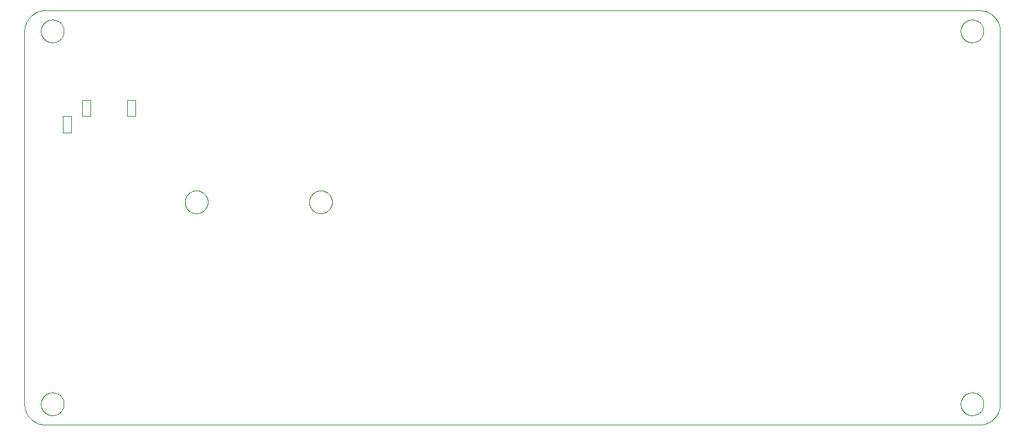
<source format=gko>
G75*
%MOIN*%
%OFA0B0*%
%FSLAX25Y25*%
%IPPOS*%
%LPD*%
%AMOC8*
5,1,8,0,0,1.08239X$1,22.5*
%
%ADD10C,0.00000*%
%ADD11C,0.00000*%
D10*
X0016300Y0053933D02*
X0467300Y0053933D01*
X0467542Y0053936D01*
X0467783Y0053945D01*
X0468024Y0053959D01*
X0468265Y0053980D01*
X0468505Y0054006D01*
X0468745Y0054038D01*
X0468984Y0054076D01*
X0469221Y0054119D01*
X0469458Y0054169D01*
X0469693Y0054224D01*
X0469927Y0054284D01*
X0470159Y0054351D01*
X0470390Y0054422D01*
X0470619Y0054500D01*
X0470846Y0054583D01*
X0471071Y0054671D01*
X0471294Y0054765D01*
X0471514Y0054864D01*
X0471732Y0054969D01*
X0471947Y0055078D01*
X0472160Y0055193D01*
X0472370Y0055313D01*
X0472576Y0055438D01*
X0472780Y0055568D01*
X0472981Y0055703D01*
X0473178Y0055843D01*
X0473372Y0055987D01*
X0473562Y0056136D01*
X0473748Y0056290D01*
X0473931Y0056448D01*
X0474110Y0056610D01*
X0474285Y0056777D01*
X0474456Y0056948D01*
X0474623Y0057123D01*
X0474785Y0057302D01*
X0474943Y0057485D01*
X0475097Y0057671D01*
X0475246Y0057861D01*
X0475390Y0058055D01*
X0475530Y0058252D01*
X0475665Y0058453D01*
X0475795Y0058657D01*
X0475920Y0058863D01*
X0476040Y0059073D01*
X0476155Y0059286D01*
X0476264Y0059501D01*
X0476369Y0059719D01*
X0476468Y0059939D01*
X0476562Y0060162D01*
X0476650Y0060387D01*
X0476733Y0060614D01*
X0476811Y0060843D01*
X0476882Y0061074D01*
X0476949Y0061306D01*
X0477009Y0061540D01*
X0477064Y0061775D01*
X0477114Y0062012D01*
X0477157Y0062249D01*
X0477195Y0062488D01*
X0477227Y0062728D01*
X0477253Y0062968D01*
X0477274Y0063209D01*
X0477288Y0063450D01*
X0477297Y0063691D01*
X0477300Y0063933D01*
X0477300Y0243933D01*
X0477297Y0244175D01*
X0477288Y0244416D01*
X0477274Y0244657D01*
X0477253Y0244898D01*
X0477227Y0245138D01*
X0477195Y0245378D01*
X0477157Y0245617D01*
X0477114Y0245854D01*
X0477064Y0246091D01*
X0477009Y0246326D01*
X0476949Y0246560D01*
X0476882Y0246792D01*
X0476811Y0247023D01*
X0476733Y0247252D01*
X0476650Y0247479D01*
X0476562Y0247704D01*
X0476468Y0247927D01*
X0476369Y0248147D01*
X0476264Y0248365D01*
X0476155Y0248580D01*
X0476040Y0248793D01*
X0475920Y0249003D01*
X0475795Y0249209D01*
X0475665Y0249413D01*
X0475530Y0249614D01*
X0475390Y0249811D01*
X0475246Y0250005D01*
X0475097Y0250195D01*
X0474943Y0250381D01*
X0474785Y0250564D01*
X0474623Y0250743D01*
X0474456Y0250918D01*
X0474285Y0251089D01*
X0474110Y0251256D01*
X0473931Y0251418D01*
X0473748Y0251576D01*
X0473562Y0251730D01*
X0473372Y0251879D01*
X0473178Y0252023D01*
X0472981Y0252163D01*
X0472780Y0252298D01*
X0472576Y0252428D01*
X0472370Y0252553D01*
X0472160Y0252673D01*
X0471947Y0252788D01*
X0471732Y0252897D01*
X0471514Y0253002D01*
X0471294Y0253101D01*
X0471071Y0253195D01*
X0470846Y0253283D01*
X0470619Y0253366D01*
X0470390Y0253444D01*
X0470159Y0253515D01*
X0469927Y0253582D01*
X0469693Y0253642D01*
X0469458Y0253697D01*
X0469221Y0253747D01*
X0468984Y0253790D01*
X0468745Y0253828D01*
X0468505Y0253860D01*
X0468265Y0253886D01*
X0468024Y0253907D01*
X0467783Y0253921D01*
X0467542Y0253930D01*
X0467300Y0253933D01*
X0016300Y0253933D01*
X0016058Y0253930D01*
X0015817Y0253921D01*
X0015576Y0253907D01*
X0015335Y0253886D01*
X0015095Y0253860D01*
X0014855Y0253828D01*
X0014616Y0253790D01*
X0014379Y0253747D01*
X0014142Y0253697D01*
X0013907Y0253642D01*
X0013673Y0253582D01*
X0013441Y0253515D01*
X0013210Y0253444D01*
X0012981Y0253366D01*
X0012754Y0253283D01*
X0012529Y0253195D01*
X0012306Y0253101D01*
X0012086Y0253002D01*
X0011868Y0252897D01*
X0011653Y0252788D01*
X0011440Y0252673D01*
X0011230Y0252553D01*
X0011024Y0252428D01*
X0010820Y0252298D01*
X0010619Y0252163D01*
X0010422Y0252023D01*
X0010228Y0251879D01*
X0010038Y0251730D01*
X0009852Y0251576D01*
X0009669Y0251418D01*
X0009490Y0251256D01*
X0009315Y0251089D01*
X0009144Y0250918D01*
X0008977Y0250743D01*
X0008815Y0250564D01*
X0008657Y0250381D01*
X0008503Y0250195D01*
X0008354Y0250005D01*
X0008210Y0249811D01*
X0008070Y0249614D01*
X0007935Y0249413D01*
X0007805Y0249209D01*
X0007680Y0249003D01*
X0007560Y0248793D01*
X0007445Y0248580D01*
X0007336Y0248365D01*
X0007231Y0248147D01*
X0007132Y0247927D01*
X0007038Y0247704D01*
X0006950Y0247479D01*
X0006867Y0247252D01*
X0006789Y0247023D01*
X0006718Y0246792D01*
X0006651Y0246560D01*
X0006591Y0246326D01*
X0006536Y0246091D01*
X0006486Y0245854D01*
X0006443Y0245617D01*
X0006405Y0245378D01*
X0006373Y0245138D01*
X0006347Y0244898D01*
X0006326Y0244657D01*
X0006312Y0244416D01*
X0006303Y0244175D01*
X0006300Y0243933D01*
X0006300Y0063933D01*
X0006303Y0063691D01*
X0006312Y0063450D01*
X0006326Y0063209D01*
X0006347Y0062968D01*
X0006373Y0062728D01*
X0006405Y0062488D01*
X0006443Y0062249D01*
X0006486Y0062012D01*
X0006536Y0061775D01*
X0006591Y0061540D01*
X0006651Y0061306D01*
X0006718Y0061074D01*
X0006789Y0060843D01*
X0006867Y0060614D01*
X0006950Y0060387D01*
X0007038Y0060162D01*
X0007132Y0059939D01*
X0007231Y0059719D01*
X0007336Y0059501D01*
X0007445Y0059286D01*
X0007560Y0059073D01*
X0007680Y0058863D01*
X0007805Y0058657D01*
X0007935Y0058453D01*
X0008070Y0058252D01*
X0008210Y0058055D01*
X0008354Y0057861D01*
X0008503Y0057671D01*
X0008657Y0057485D01*
X0008815Y0057302D01*
X0008977Y0057123D01*
X0009144Y0056948D01*
X0009315Y0056777D01*
X0009490Y0056610D01*
X0009669Y0056448D01*
X0009852Y0056290D01*
X0010038Y0056136D01*
X0010228Y0055987D01*
X0010422Y0055843D01*
X0010619Y0055703D01*
X0010820Y0055568D01*
X0011024Y0055438D01*
X0011230Y0055313D01*
X0011440Y0055193D01*
X0011653Y0055078D01*
X0011868Y0054969D01*
X0012086Y0054864D01*
X0012306Y0054765D01*
X0012529Y0054671D01*
X0012754Y0054583D01*
X0012981Y0054500D01*
X0013210Y0054422D01*
X0013441Y0054351D01*
X0013673Y0054284D01*
X0013907Y0054224D01*
X0014142Y0054169D01*
X0014379Y0054119D01*
X0014616Y0054076D01*
X0014855Y0054038D01*
X0015095Y0054006D01*
X0015335Y0053980D01*
X0015576Y0053959D01*
X0015817Y0053945D01*
X0016058Y0053936D01*
X0016300Y0053933D01*
X0014288Y0063933D02*
X0014290Y0064081D01*
X0014296Y0064229D01*
X0014306Y0064377D01*
X0014320Y0064524D01*
X0014338Y0064671D01*
X0014359Y0064817D01*
X0014385Y0064963D01*
X0014415Y0065108D01*
X0014448Y0065252D01*
X0014486Y0065395D01*
X0014527Y0065537D01*
X0014572Y0065678D01*
X0014620Y0065818D01*
X0014673Y0065957D01*
X0014729Y0066094D01*
X0014789Y0066229D01*
X0014852Y0066363D01*
X0014919Y0066495D01*
X0014990Y0066625D01*
X0015064Y0066753D01*
X0015141Y0066879D01*
X0015222Y0067003D01*
X0015306Y0067125D01*
X0015393Y0067244D01*
X0015484Y0067361D01*
X0015578Y0067476D01*
X0015674Y0067588D01*
X0015774Y0067698D01*
X0015876Y0067804D01*
X0015982Y0067908D01*
X0016090Y0068009D01*
X0016201Y0068107D01*
X0016314Y0068203D01*
X0016430Y0068295D01*
X0016548Y0068384D01*
X0016669Y0068469D01*
X0016792Y0068552D01*
X0016917Y0068631D01*
X0017044Y0068707D01*
X0017173Y0068779D01*
X0017304Y0068848D01*
X0017437Y0068913D01*
X0017572Y0068974D01*
X0017708Y0069032D01*
X0017845Y0069087D01*
X0017984Y0069137D01*
X0018125Y0069184D01*
X0018266Y0069227D01*
X0018409Y0069267D01*
X0018553Y0069302D01*
X0018697Y0069334D01*
X0018843Y0069361D01*
X0018989Y0069385D01*
X0019136Y0069405D01*
X0019283Y0069421D01*
X0019430Y0069433D01*
X0019578Y0069441D01*
X0019726Y0069445D01*
X0019874Y0069445D01*
X0020022Y0069441D01*
X0020170Y0069433D01*
X0020317Y0069421D01*
X0020464Y0069405D01*
X0020611Y0069385D01*
X0020757Y0069361D01*
X0020903Y0069334D01*
X0021047Y0069302D01*
X0021191Y0069267D01*
X0021334Y0069227D01*
X0021475Y0069184D01*
X0021616Y0069137D01*
X0021755Y0069087D01*
X0021892Y0069032D01*
X0022028Y0068974D01*
X0022163Y0068913D01*
X0022296Y0068848D01*
X0022427Y0068779D01*
X0022556Y0068707D01*
X0022683Y0068631D01*
X0022808Y0068552D01*
X0022931Y0068469D01*
X0023052Y0068384D01*
X0023170Y0068295D01*
X0023286Y0068203D01*
X0023399Y0068107D01*
X0023510Y0068009D01*
X0023618Y0067908D01*
X0023724Y0067804D01*
X0023826Y0067698D01*
X0023926Y0067588D01*
X0024022Y0067476D01*
X0024116Y0067361D01*
X0024207Y0067244D01*
X0024294Y0067125D01*
X0024378Y0067003D01*
X0024459Y0066879D01*
X0024536Y0066753D01*
X0024610Y0066625D01*
X0024681Y0066495D01*
X0024748Y0066363D01*
X0024811Y0066229D01*
X0024871Y0066094D01*
X0024927Y0065957D01*
X0024980Y0065818D01*
X0025028Y0065678D01*
X0025073Y0065537D01*
X0025114Y0065395D01*
X0025152Y0065252D01*
X0025185Y0065108D01*
X0025215Y0064963D01*
X0025241Y0064817D01*
X0025262Y0064671D01*
X0025280Y0064524D01*
X0025294Y0064377D01*
X0025304Y0064229D01*
X0025310Y0064081D01*
X0025312Y0063933D01*
X0025310Y0063785D01*
X0025304Y0063637D01*
X0025294Y0063489D01*
X0025280Y0063342D01*
X0025262Y0063195D01*
X0025241Y0063049D01*
X0025215Y0062903D01*
X0025185Y0062758D01*
X0025152Y0062614D01*
X0025114Y0062471D01*
X0025073Y0062329D01*
X0025028Y0062188D01*
X0024980Y0062048D01*
X0024927Y0061909D01*
X0024871Y0061772D01*
X0024811Y0061637D01*
X0024748Y0061503D01*
X0024681Y0061371D01*
X0024610Y0061241D01*
X0024536Y0061113D01*
X0024459Y0060987D01*
X0024378Y0060863D01*
X0024294Y0060741D01*
X0024207Y0060622D01*
X0024116Y0060505D01*
X0024022Y0060390D01*
X0023926Y0060278D01*
X0023826Y0060168D01*
X0023724Y0060062D01*
X0023618Y0059958D01*
X0023510Y0059857D01*
X0023399Y0059759D01*
X0023286Y0059663D01*
X0023170Y0059571D01*
X0023052Y0059482D01*
X0022931Y0059397D01*
X0022808Y0059314D01*
X0022683Y0059235D01*
X0022556Y0059159D01*
X0022427Y0059087D01*
X0022296Y0059018D01*
X0022163Y0058953D01*
X0022028Y0058892D01*
X0021892Y0058834D01*
X0021755Y0058779D01*
X0021616Y0058729D01*
X0021475Y0058682D01*
X0021334Y0058639D01*
X0021191Y0058599D01*
X0021047Y0058564D01*
X0020903Y0058532D01*
X0020757Y0058505D01*
X0020611Y0058481D01*
X0020464Y0058461D01*
X0020317Y0058445D01*
X0020170Y0058433D01*
X0020022Y0058425D01*
X0019874Y0058421D01*
X0019726Y0058421D01*
X0019578Y0058425D01*
X0019430Y0058433D01*
X0019283Y0058445D01*
X0019136Y0058461D01*
X0018989Y0058481D01*
X0018843Y0058505D01*
X0018697Y0058532D01*
X0018553Y0058564D01*
X0018409Y0058599D01*
X0018266Y0058639D01*
X0018125Y0058682D01*
X0017984Y0058729D01*
X0017845Y0058779D01*
X0017708Y0058834D01*
X0017572Y0058892D01*
X0017437Y0058953D01*
X0017304Y0059018D01*
X0017173Y0059087D01*
X0017044Y0059159D01*
X0016917Y0059235D01*
X0016792Y0059314D01*
X0016669Y0059397D01*
X0016548Y0059482D01*
X0016430Y0059571D01*
X0016314Y0059663D01*
X0016201Y0059759D01*
X0016090Y0059857D01*
X0015982Y0059958D01*
X0015876Y0060062D01*
X0015774Y0060168D01*
X0015674Y0060278D01*
X0015578Y0060390D01*
X0015484Y0060505D01*
X0015393Y0060622D01*
X0015306Y0060741D01*
X0015222Y0060863D01*
X0015141Y0060987D01*
X0015064Y0061113D01*
X0014990Y0061241D01*
X0014919Y0061371D01*
X0014852Y0061503D01*
X0014789Y0061637D01*
X0014729Y0061772D01*
X0014673Y0061909D01*
X0014620Y0062048D01*
X0014572Y0062188D01*
X0014527Y0062329D01*
X0014486Y0062471D01*
X0014448Y0062614D01*
X0014415Y0062758D01*
X0014385Y0062903D01*
X0014359Y0063049D01*
X0014338Y0063195D01*
X0014320Y0063342D01*
X0014306Y0063489D01*
X0014296Y0063637D01*
X0014290Y0063785D01*
X0014288Y0063933D01*
X0083788Y0161433D02*
X0083790Y0161581D01*
X0083796Y0161729D01*
X0083806Y0161877D01*
X0083820Y0162024D01*
X0083838Y0162171D01*
X0083859Y0162317D01*
X0083885Y0162463D01*
X0083915Y0162608D01*
X0083948Y0162752D01*
X0083986Y0162895D01*
X0084027Y0163037D01*
X0084072Y0163178D01*
X0084120Y0163318D01*
X0084173Y0163457D01*
X0084229Y0163594D01*
X0084289Y0163729D01*
X0084352Y0163863D01*
X0084419Y0163995D01*
X0084490Y0164125D01*
X0084564Y0164253D01*
X0084641Y0164379D01*
X0084722Y0164503D01*
X0084806Y0164625D01*
X0084893Y0164744D01*
X0084984Y0164861D01*
X0085078Y0164976D01*
X0085174Y0165088D01*
X0085274Y0165198D01*
X0085376Y0165304D01*
X0085482Y0165408D01*
X0085590Y0165509D01*
X0085701Y0165607D01*
X0085814Y0165703D01*
X0085930Y0165795D01*
X0086048Y0165884D01*
X0086169Y0165969D01*
X0086292Y0166052D01*
X0086417Y0166131D01*
X0086544Y0166207D01*
X0086673Y0166279D01*
X0086804Y0166348D01*
X0086937Y0166413D01*
X0087072Y0166474D01*
X0087208Y0166532D01*
X0087345Y0166587D01*
X0087484Y0166637D01*
X0087625Y0166684D01*
X0087766Y0166727D01*
X0087909Y0166767D01*
X0088053Y0166802D01*
X0088197Y0166834D01*
X0088343Y0166861D01*
X0088489Y0166885D01*
X0088636Y0166905D01*
X0088783Y0166921D01*
X0088930Y0166933D01*
X0089078Y0166941D01*
X0089226Y0166945D01*
X0089374Y0166945D01*
X0089522Y0166941D01*
X0089670Y0166933D01*
X0089817Y0166921D01*
X0089964Y0166905D01*
X0090111Y0166885D01*
X0090257Y0166861D01*
X0090403Y0166834D01*
X0090547Y0166802D01*
X0090691Y0166767D01*
X0090834Y0166727D01*
X0090975Y0166684D01*
X0091116Y0166637D01*
X0091255Y0166587D01*
X0091392Y0166532D01*
X0091528Y0166474D01*
X0091663Y0166413D01*
X0091796Y0166348D01*
X0091927Y0166279D01*
X0092056Y0166207D01*
X0092183Y0166131D01*
X0092308Y0166052D01*
X0092431Y0165969D01*
X0092552Y0165884D01*
X0092670Y0165795D01*
X0092786Y0165703D01*
X0092899Y0165607D01*
X0093010Y0165509D01*
X0093118Y0165408D01*
X0093224Y0165304D01*
X0093326Y0165198D01*
X0093426Y0165088D01*
X0093522Y0164976D01*
X0093616Y0164861D01*
X0093707Y0164744D01*
X0093794Y0164625D01*
X0093878Y0164503D01*
X0093959Y0164379D01*
X0094036Y0164253D01*
X0094110Y0164125D01*
X0094181Y0163995D01*
X0094248Y0163863D01*
X0094311Y0163729D01*
X0094371Y0163594D01*
X0094427Y0163457D01*
X0094480Y0163318D01*
X0094528Y0163178D01*
X0094573Y0163037D01*
X0094614Y0162895D01*
X0094652Y0162752D01*
X0094685Y0162608D01*
X0094715Y0162463D01*
X0094741Y0162317D01*
X0094762Y0162171D01*
X0094780Y0162024D01*
X0094794Y0161877D01*
X0094804Y0161729D01*
X0094810Y0161581D01*
X0094812Y0161433D01*
X0094810Y0161285D01*
X0094804Y0161137D01*
X0094794Y0160989D01*
X0094780Y0160842D01*
X0094762Y0160695D01*
X0094741Y0160549D01*
X0094715Y0160403D01*
X0094685Y0160258D01*
X0094652Y0160114D01*
X0094614Y0159971D01*
X0094573Y0159829D01*
X0094528Y0159688D01*
X0094480Y0159548D01*
X0094427Y0159409D01*
X0094371Y0159272D01*
X0094311Y0159137D01*
X0094248Y0159003D01*
X0094181Y0158871D01*
X0094110Y0158741D01*
X0094036Y0158613D01*
X0093959Y0158487D01*
X0093878Y0158363D01*
X0093794Y0158241D01*
X0093707Y0158122D01*
X0093616Y0158005D01*
X0093522Y0157890D01*
X0093426Y0157778D01*
X0093326Y0157668D01*
X0093224Y0157562D01*
X0093118Y0157458D01*
X0093010Y0157357D01*
X0092899Y0157259D01*
X0092786Y0157163D01*
X0092670Y0157071D01*
X0092552Y0156982D01*
X0092431Y0156897D01*
X0092308Y0156814D01*
X0092183Y0156735D01*
X0092056Y0156659D01*
X0091927Y0156587D01*
X0091796Y0156518D01*
X0091663Y0156453D01*
X0091528Y0156392D01*
X0091392Y0156334D01*
X0091255Y0156279D01*
X0091116Y0156229D01*
X0090975Y0156182D01*
X0090834Y0156139D01*
X0090691Y0156099D01*
X0090547Y0156064D01*
X0090403Y0156032D01*
X0090257Y0156005D01*
X0090111Y0155981D01*
X0089964Y0155961D01*
X0089817Y0155945D01*
X0089670Y0155933D01*
X0089522Y0155925D01*
X0089374Y0155921D01*
X0089226Y0155921D01*
X0089078Y0155925D01*
X0088930Y0155933D01*
X0088783Y0155945D01*
X0088636Y0155961D01*
X0088489Y0155981D01*
X0088343Y0156005D01*
X0088197Y0156032D01*
X0088053Y0156064D01*
X0087909Y0156099D01*
X0087766Y0156139D01*
X0087625Y0156182D01*
X0087484Y0156229D01*
X0087345Y0156279D01*
X0087208Y0156334D01*
X0087072Y0156392D01*
X0086937Y0156453D01*
X0086804Y0156518D01*
X0086673Y0156587D01*
X0086544Y0156659D01*
X0086417Y0156735D01*
X0086292Y0156814D01*
X0086169Y0156897D01*
X0086048Y0156982D01*
X0085930Y0157071D01*
X0085814Y0157163D01*
X0085701Y0157259D01*
X0085590Y0157357D01*
X0085482Y0157458D01*
X0085376Y0157562D01*
X0085274Y0157668D01*
X0085174Y0157778D01*
X0085078Y0157890D01*
X0084984Y0158005D01*
X0084893Y0158122D01*
X0084806Y0158241D01*
X0084722Y0158363D01*
X0084641Y0158487D01*
X0084564Y0158613D01*
X0084490Y0158741D01*
X0084419Y0158871D01*
X0084352Y0159003D01*
X0084289Y0159137D01*
X0084229Y0159272D01*
X0084173Y0159409D01*
X0084120Y0159548D01*
X0084072Y0159688D01*
X0084027Y0159829D01*
X0083986Y0159971D01*
X0083948Y0160114D01*
X0083915Y0160258D01*
X0083885Y0160403D01*
X0083859Y0160549D01*
X0083838Y0160695D01*
X0083820Y0160842D01*
X0083806Y0160989D01*
X0083796Y0161137D01*
X0083790Y0161285D01*
X0083788Y0161433D01*
X0143788Y0161433D02*
X0143790Y0161581D01*
X0143796Y0161729D01*
X0143806Y0161877D01*
X0143820Y0162024D01*
X0143838Y0162171D01*
X0143859Y0162317D01*
X0143885Y0162463D01*
X0143915Y0162608D01*
X0143948Y0162752D01*
X0143986Y0162895D01*
X0144027Y0163037D01*
X0144072Y0163178D01*
X0144120Y0163318D01*
X0144173Y0163457D01*
X0144229Y0163594D01*
X0144289Y0163729D01*
X0144352Y0163863D01*
X0144419Y0163995D01*
X0144490Y0164125D01*
X0144564Y0164253D01*
X0144641Y0164379D01*
X0144722Y0164503D01*
X0144806Y0164625D01*
X0144893Y0164744D01*
X0144984Y0164861D01*
X0145078Y0164976D01*
X0145174Y0165088D01*
X0145274Y0165198D01*
X0145376Y0165304D01*
X0145482Y0165408D01*
X0145590Y0165509D01*
X0145701Y0165607D01*
X0145814Y0165703D01*
X0145930Y0165795D01*
X0146048Y0165884D01*
X0146169Y0165969D01*
X0146292Y0166052D01*
X0146417Y0166131D01*
X0146544Y0166207D01*
X0146673Y0166279D01*
X0146804Y0166348D01*
X0146937Y0166413D01*
X0147072Y0166474D01*
X0147208Y0166532D01*
X0147345Y0166587D01*
X0147484Y0166637D01*
X0147625Y0166684D01*
X0147766Y0166727D01*
X0147909Y0166767D01*
X0148053Y0166802D01*
X0148197Y0166834D01*
X0148343Y0166861D01*
X0148489Y0166885D01*
X0148636Y0166905D01*
X0148783Y0166921D01*
X0148930Y0166933D01*
X0149078Y0166941D01*
X0149226Y0166945D01*
X0149374Y0166945D01*
X0149522Y0166941D01*
X0149670Y0166933D01*
X0149817Y0166921D01*
X0149964Y0166905D01*
X0150111Y0166885D01*
X0150257Y0166861D01*
X0150403Y0166834D01*
X0150547Y0166802D01*
X0150691Y0166767D01*
X0150834Y0166727D01*
X0150975Y0166684D01*
X0151116Y0166637D01*
X0151255Y0166587D01*
X0151392Y0166532D01*
X0151528Y0166474D01*
X0151663Y0166413D01*
X0151796Y0166348D01*
X0151927Y0166279D01*
X0152056Y0166207D01*
X0152183Y0166131D01*
X0152308Y0166052D01*
X0152431Y0165969D01*
X0152552Y0165884D01*
X0152670Y0165795D01*
X0152786Y0165703D01*
X0152899Y0165607D01*
X0153010Y0165509D01*
X0153118Y0165408D01*
X0153224Y0165304D01*
X0153326Y0165198D01*
X0153426Y0165088D01*
X0153522Y0164976D01*
X0153616Y0164861D01*
X0153707Y0164744D01*
X0153794Y0164625D01*
X0153878Y0164503D01*
X0153959Y0164379D01*
X0154036Y0164253D01*
X0154110Y0164125D01*
X0154181Y0163995D01*
X0154248Y0163863D01*
X0154311Y0163729D01*
X0154371Y0163594D01*
X0154427Y0163457D01*
X0154480Y0163318D01*
X0154528Y0163178D01*
X0154573Y0163037D01*
X0154614Y0162895D01*
X0154652Y0162752D01*
X0154685Y0162608D01*
X0154715Y0162463D01*
X0154741Y0162317D01*
X0154762Y0162171D01*
X0154780Y0162024D01*
X0154794Y0161877D01*
X0154804Y0161729D01*
X0154810Y0161581D01*
X0154812Y0161433D01*
X0154810Y0161285D01*
X0154804Y0161137D01*
X0154794Y0160989D01*
X0154780Y0160842D01*
X0154762Y0160695D01*
X0154741Y0160549D01*
X0154715Y0160403D01*
X0154685Y0160258D01*
X0154652Y0160114D01*
X0154614Y0159971D01*
X0154573Y0159829D01*
X0154528Y0159688D01*
X0154480Y0159548D01*
X0154427Y0159409D01*
X0154371Y0159272D01*
X0154311Y0159137D01*
X0154248Y0159003D01*
X0154181Y0158871D01*
X0154110Y0158741D01*
X0154036Y0158613D01*
X0153959Y0158487D01*
X0153878Y0158363D01*
X0153794Y0158241D01*
X0153707Y0158122D01*
X0153616Y0158005D01*
X0153522Y0157890D01*
X0153426Y0157778D01*
X0153326Y0157668D01*
X0153224Y0157562D01*
X0153118Y0157458D01*
X0153010Y0157357D01*
X0152899Y0157259D01*
X0152786Y0157163D01*
X0152670Y0157071D01*
X0152552Y0156982D01*
X0152431Y0156897D01*
X0152308Y0156814D01*
X0152183Y0156735D01*
X0152056Y0156659D01*
X0151927Y0156587D01*
X0151796Y0156518D01*
X0151663Y0156453D01*
X0151528Y0156392D01*
X0151392Y0156334D01*
X0151255Y0156279D01*
X0151116Y0156229D01*
X0150975Y0156182D01*
X0150834Y0156139D01*
X0150691Y0156099D01*
X0150547Y0156064D01*
X0150403Y0156032D01*
X0150257Y0156005D01*
X0150111Y0155981D01*
X0149964Y0155961D01*
X0149817Y0155945D01*
X0149670Y0155933D01*
X0149522Y0155925D01*
X0149374Y0155921D01*
X0149226Y0155921D01*
X0149078Y0155925D01*
X0148930Y0155933D01*
X0148783Y0155945D01*
X0148636Y0155961D01*
X0148489Y0155981D01*
X0148343Y0156005D01*
X0148197Y0156032D01*
X0148053Y0156064D01*
X0147909Y0156099D01*
X0147766Y0156139D01*
X0147625Y0156182D01*
X0147484Y0156229D01*
X0147345Y0156279D01*
X0147208Y0156334D01*
X0147072Y0156392D01*
X0146937Y0156453D01*
X0146804Y0156518D01*
X0146673Y0156587D01*
X0146544Y0156659D01*
X0146417Y0156735D01*
X0146292Y0156814D01*
X0146169Y0156897D01*
X0146048Y0156982D01*
X0145930Y0157071D01*
X0145814Y0157163D01*
X0145701Y0157259D01*
X0145590Y0157357D01*
X0145482Y0157458D01*
X0145376Y0157562D01*
X0145274Y0157668D01*
X0145174Y0157778D01*
X0145078Y0157890D01*
X0144984Y0158005D01*
X0144893Y0158122D01*
X0144806Y0158241D01*
X0144722Y0158363D01*
X0144641Y0158487D01*
X0144564Y0158613D01*
X0144490Y0158741D01*
X0144419Y0158871D01*
X0144352Y0159003D01*
X0144289Y0159137D01*
X0144229Y0159272D01*
X0144173Y0159409D01*
X0144120Y0159548D01*
X0144072Y0159688D01*
X0144027Y0159829D01*
X0143986Y0159971D01*
X0143948Y0160114D01*
X0143915Y0160258D01*
X0143885Y0160403D01*
X0143859Y0160549D01*
X0143838Y0160695D01*
X0143820Y0160842D01*
X0143806Y0160989D01*
X0143796Y0161137D01*
X0143790Y0161285D01*
X0143788Y0161433D01*
X0014288Y0243933D02*
X0014290Y0244081D01*
X0014296Y0244229D01*
X0014306Y0244377D01*
X0014320Y0244524D01*
X0014338Y0244671D01*
X0014359Y0244817D01*
X0014385Y0244963D01*
X0014415Y0245108D01*
X0014448Y0245252D01*
X0014486Y0245395D01*
X0014527Y0245537D01*
X0014572Y0245678D01*
X0014620Y0245818D01*
X0014673Y0245957D01*
X0014729Y0246094D01*
X0014789Y0246229D01*
X0014852Y0246363D01*
X0014919Y0246495D01*
X0014990Y0246625D01*
X0015064Y0246753D01*
X0015141Y0246879D01*
X0015222Y0247003D01*
X0015306Y0247125D01*
X0015393Y0247244D01*
X0015484Y0247361D01*
X0015578Y0247476D01*
X0015674Y0247588D01*
X0015774Y0247698D01*
X0015876Y0247804D01*
X0015982Y0247908D01*
X0016090Y0248009D01*
X0016201Y0248107D01*
X0016314Y0248203D01*
X0016430Y0248295D01*
X0016548Y0248384D01*
X0016669Y0248469D01*
X0016792Y0248552D01*
X0016917Y0248631D01*
X0017044Y0248707D01*
X0017173Y0248779D01*
X0017304Y0248848D01*
X0017437Y0248913D01*
X0017572Y0248974D01*
X0017708Y0249032D01*
X0017845Y0249087D01*
X0017984Y0249137D01*
X0018125Y0249184D01*
X0018266Y0249227D01*
X0018409Y0249267D01*
X0018553Y0249302D01*
X0018697Y0249334D01*
X0018843Y0249361D01*
X0018989Y0249385D01*
X0019136Y0249405D01*
X0019283Y0249421D01*
X0019430Y0249433D01*
X0019578Y0249441D01*
X0019726Y0249445D01*
X0019874Y0249445D01*
X0020022Y0249441D01*
X0020170Y0249433D01*
X0020317Y0249421D01*
X0020464Y0249405D01*
X0020611Y0249385D01*
X0020757Y0249361D01*
X0020903Y0249334D01*
X0021047Y0249302D01*
X0021191Y0249267D01*
X0021334Y0249227D01*
X0021475Y0249184D01*
X0021616Y0249137D01*
X0021755Y0249087D01*
X0021892Y0249032D01*
X0022028Y0248974D01*
X0022163Y0248913D01*
X0022296Y0248848D01*
X0022427Y0248779D01*
X0022556Y0248707D01*
X0022683Y0248631D01*
X0022808Y0248552D01*
X0022931Y0248469D01*
X0023052Y0248384D01*
X0023170Y0248295D01*
X0023286Y0248203D01*
X0023399Y0248107D01*
X0023510Y0248009D01*
X0023618Y0247908D01*
X0023724Y0247804D01*
X0023826Y0247698D01*
X0023926Y0247588D01*
X0024022Y0247476D01*
X0024116Y0247361D01*
X0024207Y0247244D01*
X0024294Y0247125D01*
X0024378Y0247003D01*
X0024459Y0246879D01*
X0024536Y0246753D01*
X0024610Y0246625D01*
X0024681Y0246495D01*
X0024748Y0246363D01*
X0024811Y0246229D01*
X0024871Y0246094D01*
X0024927Y0245957D01*
X0024980Y0245818D01*
X0025028Y0245678D01*
X0025073Y0245537D01*
X0025114Y0245395D01*
X0025152Y0245252D01*
X0025185Y0245108D01*
X0025215Y0244963D01*
X0025241Y0244817D01*
X0025262Y0244671D01*
X0025280Y0244524D01*
X0025294Y0244377D01*
X0025304Y0244229D01*
X0025310Y0244081D01*
X0025312Y0243933D01*
X0025310Y0243785D01*
X0025304Y0243637D01*
X0025294Y0243489D01*
X0025280Y0243342D01*
X0025262Y0243195D01*
X0025241Y0243049D01*
X0025215Y0242903D01*
X0025185Y0242758D01*
X0025152Y0242614D01*
X0025114Y0242471D01*
X0025073Y0242329D01*
X0025028Y0242188D01*
X0024980Y0242048D01*
X0024927Y0241909D01*
X0024871Y0241772D01*
X0024811Y0241637D01*
X0024748Y0241503D01*
X0024681Y0241371D01*
X0024610Y0241241D01*
X0024536Y0241113D01*
X0024459Y0240987D01*
X0024378Y0240863D01*
X0024294Y0240741D01*
X0024207Y0240622D01*
X0024116Y0240505D01*
X0024022Y0240390D01*
X0023926Y0240278D01*
X0023826Y0240168D01*
X0023724Y0240062D01*
X0023618Y0239958D01*
X0023510Y0239857D01*
X0023399Y0239759D01*
X0023286Y0239663D01*
X0023170Y0239571D01*
X0023052Y0239482D01*
X0022931Y0239397D01*
X0022808Y0239314D01*
X0022683Y0239235D01*
X0022556Y0239159D01*
X0022427Y0239087D01*
X0022296Y0239018D01*
X0022163Y0238953D01*
X0022028Y0238892D01*
X0021892Y0238834D01*
X0021755Y0238779D01*
X0021616Y0238729D01*
X0021475Y0238682D01*
X0021334Y0238639D01*
X0021191Y0238599D01*
X0021047Y0238564D01*
X0020903Y0238532D01*
X0020757Y0238505D01*
X0020611Y0238481D01*
X0020464Y0238461D01*
X0020317Y0238445D01*
X0020170Y0238433D01*
X0020022Y0238425D01*
X0019874Y0238421D01*
X0019726Y0238421D01*
X0019578Y0238425D01*
X0019430Y0238433D01*
X0019283Y0238445D01*
X0019136Y0238461D01*
X0018989Y0238481D01*
X0018843Y0238505D01*
X0018697Y0238532D01*
X0018553Y0238564D01*
X0018409Y0238599D01*
X0018266Y0238639D01*
X0018125Y0238682D01*
X0017984Y0238729D01*
X0017845Y0238779D01*
X0017708Y0238834D01*
X0017572Y0238892D01*
X0017437Y0238953D01*
X0017304Y0239018D01*
X0017173Y0239087D01*
X0017044Y0239159D01*
X0016917Y0239235D01*
X0016792Y0239314D01*
X0016669Y0239397D01*
X0016548Y0239482D01*
X0016430Y0239571D01*
X0016314Y0239663D01*
X0016201Y0239759D01*
X0016090Y0239857D01*
X0015982Y0239958D01*
X0015876Y0240062D01*
X0015774Y0240168D01*
X0015674Y0240278D01*
X0015578Y0240390D01*
X0015484Y0240505D01*
X0015393Y0240622D01*
X0015306Y0240741D01*
X0015222Y0240863D01*
X0015141Y0240987D01*
X0015064Y0241113D01*
X0014990Y0241241D01*
X0014919Y0241371D01*
X0014852Y0241503D01*
X0014789Y0241637D01*
X0014729Y0241772D01*
X0014673Y0241909D01*
X0014620Y0242048D01*
X0014572Y0242188D01*
X0014527Y0242329D01*
X0014486Y0242471D01*
X0014448Y0242614D01*
X0014415Y0242758D01*
X0014385Y0242903D01*
X0014359Y0243049D01*
X0014338Y0243195D01*
X0014320Y0243342D01*
X0014306Y0243489D01*
X0014296Y0243637D01*
X0014290Y0243785D01*
X0014288Y0243933D01*
X0458288Y0243933D02*
X0458290Y0244081D01*
X0458296Y0244229D01*
X0458306Y0244377D01*
X0458320Y0244524D01*
X0458338Y0244671D01*
X0458359Y0244817D01*
X0458385Y0244963D01*
X0458415Y0245108D01*
X0458448Y0245252D01*
X0458486Y0245395D01*
X0458527Y0245537D01*
X0458572Y0245678D01*
X0458620Y0245818D01*
X0458673Y0245957D01*
X0458729Y0246094D01*
X0458789Y0246229D01*
X0458852Y0246363D01*
X0458919Y0246495D01*
X0458990Y0246625D01*
X0459064Y0246753D01*
X0459141Y0246879D01*
X0459222Y0247003D01*
X0459306Y0247125D01*
X0459393Y0247244D01*
X0459484Y0247361D01*
X0459578Y0247476D01*
X0459674Y0247588D01*
X0459774Y0247698D01*
X0459876Y0247804D01*
X0459982Y0247908D01*
X0460090Y0248009D01*
X0460201Y0248107D01*
X0460314Y0248203D01*
X0460430Y0248295D01*
X0460548Y0248384D01*
X0460669Y0248469D01*
X0460792Y0248552D01*
X0460917Y0248631D01*
X0461044Y0248707D01*
X0461173Y0248779D01*
X0461304Y0248848D01*
X0461437Y0248913D01*
X0461572Y0248974D01*
X0461708Y0249032D01*
X0461845Y0249087D01*
X0461984Y0249137D01*
X0462125Y0249184D01*
X0462266Y0249227D01*
X0462409Y0249267D01*
X0462553Y0249302D01*
X0462697Y0249334D01*
X0462843Y0249361D01*
X0462989Y0249385D01*
X0463136Y0249405D01*
X0463283Y0249421D01*
X0463430Y0249433D01*
X0463578Y0249441D01*
X0463726Y0249445D01*
X0463874Y0249445D01*
X0464022Y0249441D01*
X0464170Y0249433D01*
X0464317Y0249421D01*
X0464464Y0249405D01*
X0464611Y0249385D01*
X0464757Y0249361D01*
X0464903Y0249334D01*
X0465047Y0249302D01*
X0465191Y0249267D01*
X0465334Y0249227D01*
X0465475Y0249184D01*
X0465616Y0249137D01*
X0465755Y0249087D01*
X0465892Y0249032D01*
X0466028Y0248974D01*
X0466163Y0248913D01*
X0466296Y0248848D01*
X0466427Y0248779D01*
X0466556Y0248707D01*
X0466683Y0248631D01*
X0466808Y0248552D01*
X0466931Y0248469D01*
X0467052Y0248384D01*
X0467170Y0248295D01*
X0467286Y0248203D01*
X0467399Y0248107D01*
X0467510Y0248009D01*
X0467618Y0247908D01*
X0467724Y0247804D01*
X0467826Y0247698D01*
X0467926Y0247588D01*
X0468022Y0247476D01*
X0468116Y0247361D01*
X0468207Y0247244D01*
X0468294Y0247125D01*
X0468378Y0247003D01*
X0468459Y0246879D01*
X0468536Y0246753D01*
X0468610Y0246625D01*
X0468681Y0246495D01*
X0468748Y0246363D01*
X0468811Y0246229D01*
X0468871Y0246094D01*
X0468927Y0245957D01*
X0468980Y0245818D01*
X0469028Y0245678D01*
X0469073Y0245537D01*
X0469114Y0245395D01*
X0469152Y0245252D01*
X0469185Y0245108D01*
X0469215Y0244963D01*
X0469241Y0244817D01*
X0469262Y0244671D01*
X0469280Y0244524D01*
X0469294Y0244377D01*
X0469304Y0244229D01*
X0469310Y0244081D01*
X0469312Y0243933D01*
X0469310Y0243785D01*
X0469304Y0243637D01*
X0469294Y0243489D01*
X0469280Y0243342D01*
X0469262Y0243195D01*
X0469241Y0243049D01*
X0469215Y0242903D01*
X0469185Y0242758D01*
X0469152Y0242614D01*
X0469114Y0242471D01*
X0469073Y0242329D01*
X0469028Y0242188D01*
X0468980Y0242048D01*
X0468927Y0241909D01*
X0468871Y0241772D01*
X0468811Y0241637D01*
X0468748Y0241503D01*
X0468681Y0241371D01*
X0468610Y0241241D01*
X0468536Y0241113D01*
X0468459Y0240987D01*
X0468378Y0240863D01*
X0468294Y0240741D01*
X0468207Y0240622D01*
X0468116Y0240505D01*
X0468022Y0240390D01*
X0467926Y0240278D01*
X0467826Y0240168D01*
X0467724Y0240062D01*
X0467618Y0239958D01*
X0467510Y0239857D01*
X0467399Y0239759D01*
X0467286Y0239663D01*
X0467170Y0239571D01*
X0467052Y0239482D01*
X0466931Y0239397D01*
X0466808Y0239314D01*
X0466683Y0239235D01*
X0466556Y0239159D01*
X0466427Y0239087D01*
X0466296Y0239018D01*
X0466163Y0238953D01*
X0466028Y0238892D01*
X0465892Y0238834D01*
X0465755Y0238779D01*
X0465616Y0238729D01*
X0465475Y0238682D01*
X0465334Y0238639D01*
X0465191Y0238599D01*
X0465047Y0238564D01*
X0464903Y0238532D01*
X0464757Y0238505D01*
X0464611Y0238481D01*
X0464464Y0238461D01*
X0464317Y0238445D01*
X0464170Y0238433D01*
X0464022Y0238425D01*
X0463874Y0238421D01*
X0463726Y0238421D01*
X0463578Y0238425D01*
X0463430Y0238433D01*
X0463283Y0238445D01*
X0463136Y0238461D01*
X0462989Y0238481D01*
X0462843Y0238505D01*
X0462697Y0238532D01*
X0462553Y0238564D01*
X0462409Y0238599D01*
X0462266Y0238639D01*
X0462125Y0238682D01*
X0461984Y0238729D01*
X0461845Y0238779D01*
X0461708Y0238834D01*
X0461572Y0238892D01*
X0461437Y0238953D01*
X0461304Y0239018D01*
X0461173Y0239087D01*
X0461044Y0239159D01*
X0460917Y0239235D01*
X0460792Y0239314D01*
X0460669Y0239397D01*
X0460548Y0239482D01*
X0460430Y0239571D01*
X0460314Y0239663D01*
X0460201Y0239759D01*
X0460090Y0239857D01*
X0459982Y0239958D01*
X0459876Y0240062D01*
X0459774Y0240168D01*
X0459674Y0240278D01*
X0459578Y0240390D01*
X0459484Y0240505D01*
X0459393Y0240622D01*
X0459306Y0240741D01*
X0459222Y0240863D01*
X0459141Y0240987D01*
X0459064Y0241113D01*
X0458990Y0241241D01*
X0458919Y0241371D01*
X0458852Y0241503D01*
X0458789Y0241637D01*
X0458729Y0241772D01*
X0458673Y0241909D01*
X0458620Y0242048D01*
X0458572Y0242188D01*
X0458527Y0242329D01*
X0458486Y0242471D01*
X0458448Y0242614D01*
X0458415Y0242758D01*
X0458385Y0242903D01*
X0458359Y0243049D01*
X0458338Y0243195D01*
X0458320Y0243342D01*
X0458306Y0243489D01*
X0458296Y0243637D01*
X0458290Y0243785D01*
X0458288Y0243933D01*
X0458288Y0063933D02*
X0458290Y0064081D01*
X0458296Y0064229D01*
X0458306Y0064377D01*
X0458320Y0064524D01*
X0458338Y0064671D01*
X0458359Y0064817D01*
X0458385Y0064963D01*
X0458415Y0065108D01*
X0458448Y0065252D01*
X0458486Y0065395D01*
X0458527Y0065537D01*
X0458572Y0065678D01*
X0458620Y0065818D01*
X0458673Y0065957D01*
X0458729Y0066094D01*
X0458789Y0066229D01*
X0458852Y0066363D01*
X0458919Y0066495D01*
X0458990Y0066625D01*
X0459064Y0066753D01*
X0459141Y0066879D01*
X0459222Y0067003D01*
X0459306Y0067125D01*
X0459393Y0067244D01*
X0459484Y0067361D01*
X0459578Y0067476D01*
X0459674Y0067588D01*
X0459774Y0067698D01*
X0459876Y0067804D01*
X0459982Y0067908D01*
X0460090Y0068009D01*
X0460201Y0068107D01*
X0460314Y0068203D01*
X0460430Y0068295D01*
X0460548Y0068384D01*
X0460669Y0068469D01*
X0460792Y0068552D01*
X0460917Y0068631D01*
X0461044Y0068707D01*
X0461173Y0068779D01*
X0461304Y0068848D01*
X0461437Y0068913D01*
X0461572Y0068974D01*
X0461708Y0069032D01*
X0461845Y0069087D01*
X0461984Y0069137D01*
X0462125Y0069184D01*
X0462266Y0069227D01*
X0462409Y0069267D01*
X0462553Y0069302D01*
X0462697Y0069334D01*
X0462843Y0069361D01*
X0462989Y0069385D01*
X0463136Y0069405D01*
X0463283Y0069421D01*
X0463430Y0069433D01*
X0463578Y0069441D01*
X0463726Y0069445D01*
X0463874Y0069445D01*
X0464022Y0069441D01*
X0464170Y0069433D01*
X0464317Y0069421D01*
X0464464Y0069405D01*
X0464611Y0069385D01*
X0464757Y0069361D01*
X0464903Y0069334D01*
X0465047Y0069302D01*
X0465191Y0069267D01*
X0465334Y0069227D01*
X0465475Y0069184D01*
X0465616Y0069137D01*
X0465755Y0069087D01*
X0465892Y0069032D01*
X0466028Y0068974D01*
X0466163Y0068913D01*
X0466296Y0068848D01*
X0466427Y0068779D01*
X0466556Y0068707D01*
X0466683Y0068631D01*
X0466808Y0068552D01*
X0466931Y0068469D01*
X0467052Y0068384D01*
X0467170Y0068295D01*
X0467286Y0068203D01*
X0467399Y0068107D01*
X0467510Y0068009D01*
X0467618Y0067908D01*
X0467724Y0067804D01*
X0467826Y0067698D01*
X0467926Y0067588D01*
X0468022Y0067476D01*
X0468116Y0067361D01*
X0468207Y0067244D01*
X0468294Y0067125D01*
X0468378Y0067003D01*
X0468459Y0066879D01*
X0468536Y0066753D01*
X0468610Y0066625D01*
X0468681Y0066495D01*
X0468748Y0066363D01*
X0468811Y0066229D01*
X0468871Y0066094D01*
X0468927Y0065957D01*
X0468980Y0065818D01*
X0469028Y0065678D01*
X0469073Y0065537D01*
X0469114Y0065395D01*
X0469152Y0065252D01*
X0469185Y0065108D01*
X0469215Y0064963D01*
X0469241Y0064817D01*
X0469262Y0064671D01*
X0469280Y0064524D01*
X0469294Y0064377D01*
X0469304Y0064229D01*
X0469310Y0064081D01*
X0469312Y0063933D01*
X0469310Y0063785D01*
X0469304Y0063637D01*
X0469294Y0063489D01*
X0469280Y0063342D01*
X0469262Y0063195D01*
X0469241Y0063049D01*
X0469215Y0062903D01*
X0469185Y0062758D01*
X0469152Y0062614D01*
X0469114Y0062471D01*
X0469073Y0062329D01*
X0469028Y0062188D01*
X0468980Y0062048D01*
X0468927Y0061909D01*
X0468871Y0061772D01*
X0468811Y0061637D01*
X0468748Y0061503D01*
X0468681Y0061371D01*
X0468610Y0061241D01*
X0468536Y0061113D01*
X0468459Y0060987D01*
X0468378Y0060863D01*
X0468294Y0060741D01*
X0468207Y0060622D01*
X0468116Y0060505D01*
X0468022Y0060390D01*
X0467926Y0060278D01*
X0467826Y0060168D01*
X0467724Y0060062D01*
X0467618Y0059958D01*
X0467510Y0059857D01*
X0467399Y0059759D01*
X0467286Y0059663D01*
X0467170Y0059571D01*
X0467052Y0059482D01*
X0466931Y0059397D01*
X0466808Y0059314D01*
X0466683Y0059235D01*
X0466556Y0059159D01*
X0466427Y0059087D01*
X0466296Y0059018D01*
X0466163Y0058953D01*
X0466028Y0058892D01*
X0465892Y0058834D01*
X0465755Y0058779D01*
X0465616Y0058729D01*
X0465475Y0058682D01*
X0465334Y0058639D01*
X0465191Y0058599D01*
X0465047Y0058564D01*
X0464903Y0058532D01*
X0464757Y0058505D01*
X0464611Y0058481D01*
X0464464Y0058461D01*
X0464317Y0058445D01*
X0464170Y0058433D01*
X0464022Y0058425D01*
X0463874Y0058421D01*
X0463726Y0058421D01*
X0463578Y0058425D01*
X0463430Y0058433D01*
X0463283Y0058445D01*
X0463136Y0058461D01*
X0462989Y0058481D01*
X0462843Y0058505D01*
X0462697Y0058532D01*
X0462553Y0058564D01*
X0462409Y0058599D01*
X0462266Y0058639D01*
X0462125Y0058682D01*
X0461984Y0058729D01*
X0461845Y0058779D01*
X0461708Y0058834D01*
X0461572Y0058892D01*
X0461437Y0058953D01*
X0461304Y0059018D01*
X0461173Y0059087D01*
X0461044Y0059159D01*
X0460917Y0059235D01*
X0460792Y0059314D01*
X0460669Y0059397D01*
X0460548Y0059482D01*
X0460430Y0059571D01*
X0460314Y0059663D01*
X0460201Y0059759D01*
X0460090Y0059857D01*
X0459982Y0059958D01*
X0459876Y0060062D01*
X0459774Y0060168D01*
X0459674Y0060278D01*
X0459578Y0060390D01*
X0459484Y0060505D01*
X0459393Y0060622D01*
X0459306Y0060741D01*
X0459222Y0060863D01*
X0459141Y0060987D01*
X0459064Y0061113D01*
X0458990Y0061241D01*
X0458919Y0061371D01*
X0458852Y0061503D01*
X0458789Y0061637D01*
X0458729Y0061772D01*
X0458673Y0061909D01*
X0458620Y0062048D01*
X0458572Y0062188D01*
X0458527Y0062329D01*
X0458486Y0062471D01*
X0458448Y0062614D01*
X0458415Y0062758D01*
X0458385Y0062903D01*
X0458359Y0063049D01*
X0458338Y0063195D01*
X0458320Y0063342D01*
X0458306Y0063489D01*
X0458296Y0063637D01*
X0458290Y0063785D01*
X0458288Y0063933D01*
D11*
X0059871Y0202870D02*
X0055934Y0202870D01*
X0055934Y0210744D01*
X0059871Y0210744D01*
X0059871Y0202870D01*
X0038217Y0202870D02*
X0034280Y0202870D01*
X0034280Y0210744D01*
X0038217Y0210744D01*
X0038217Y0202870D01*
X0028769Y0202870D02*
X0028769Y0194996D01*
X0024831Y0194996D01*
X0024831Y0202870D01*
X0028769Y0202870D01*
M02*

</source>
